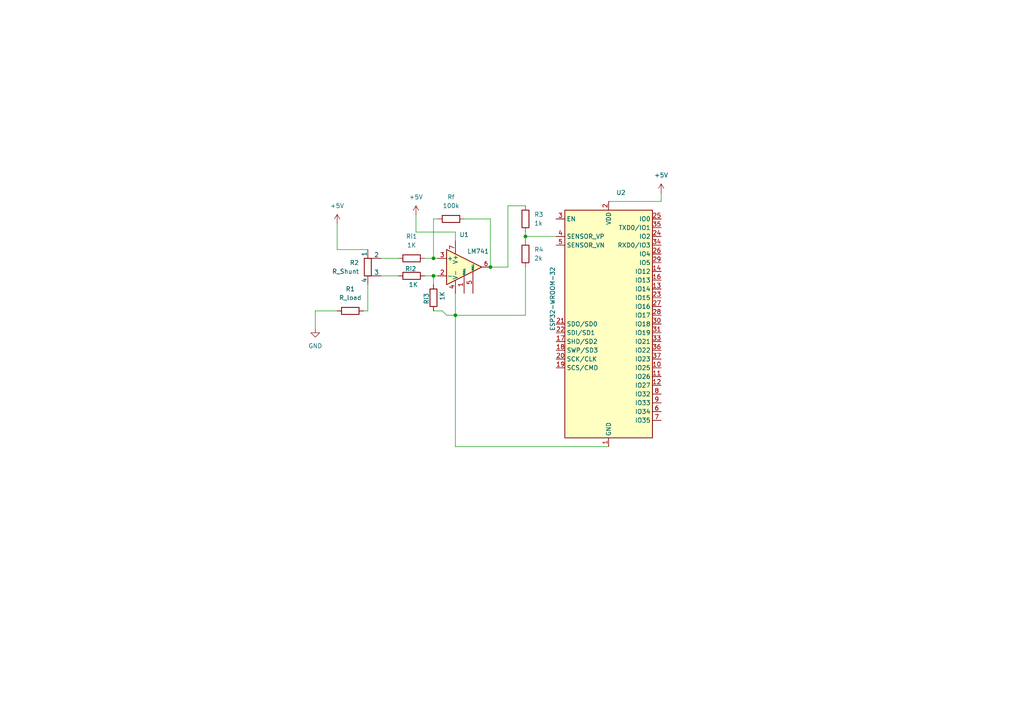
<source format=kicad_sch>
(kicad_sch (version 20231120) (generator "eeschema") (generator_version "8.0")
  (paper "A4")
  (lib_symbols
    (symbol "Amplifier_Operational:LM741" (pin_names (offset 0.127))
      (property "Reference" "U" (at 0 6.35 0))
      (property "Value" "LM741" (at 0 3.81 0))
      (symbol "LM741_0_1"
        (polyline (pts (xy -5.08 5.08) (xy 5.08 0) (xy -5.08 -5.08) (xy -5.08 5.08)) (stroke (width 0.254)) (fill (type background)))
      )
      (symbol "LM741_1_1"
        (pin input line (at 0 -7.62 90) (length 5.08) (name "NULL") (number "1"))
        (pin input line (at -7.62 -2.54 0) (length 2.54) (name "-") (number "2"))
        (pin input line (at -7.62 2.54 0) (length 2.54) (name "+") (number "3"))
        (pin power_in line (at -2.54 -7.62 90) (length 3.81) (name "V-") (number "4"))
        (pin input line (at 2.54 -7.62 90) (length 6.35) (name "NULL") (number "5"))
        (pin output line (at 7.62 0 180) (length 2.54) (name "~") (number "6"))
        (pin power_in line (at -2.54 7.62 270) (length 3.81) (name "V+") (number "7"))
        (pin no_connect line (at 0 2.54 270) (length 2.54) hide (name "NC") (number "8"))
      )
    )
    (symbol "Device:R" (pin_numbers hide) (pin_names (offset 0))
      (property "Reference" "R" (at 2.032 0 90))
      (property "Value" "R" (at 0 0 90))
      (symbol "R_0_1"
        (rectangle (start -1.016 -2.54) (end 1.016 2.54) (stroke (width 0.254)))
      )
      (symbol "R_1_1"
        (pin passive line (at 0 3.81 270) (length 1.27) (name "~") (number "1"))
        (pin passive line (at 0 -3.81 90) (length 1.27) (name "~") (number "2"))
      )
    )
    (symbol "Device:R_Shunt" (pin_numbers hide) (pin_names (offset 0))
      (property "Reference" "R" (at -4.445 0 90))
      (property "Value" "R_Shunt" (at -2.54 0 90))
      (symbol "R_Shunt_0_1"
        (rectangle (start -1.016 -2.54) (end 1.016 2.54) (stroke (width 0.254)))
        (polyline (pts (xy 0 -2.54) (xy 1.27 -2.54)))
        (polyline (pts (xy 1.27 2.54) (xy 0 2.54)))
      )
      (symbol "R_Shunt_1_1"
        (pin passive line (at 0 5.08 270) (length 2.54) (name "1") (number "1"))
        (pin passive line (at 3.81 2.54 180) (length 2.54) (name "2") (number "2"))
        (pin passive line (at 3.81 -2.54 180) (length 2.54) (name "3") (number "3"))
        (pin passive line (at 0 -5.08 90) (length 2.54) (name "4") (number "4"))
      )
    )
    (symbol "RF_Module:ESP32-WROOM-32"
      (property "Reference" "U" (at -12.7 34.29 0))
      (property "Value" "ESP32-WROOM-32" (at 1.27 34.29 0))
      (symbol "ESP32-WROOM-32_0_1"
        (rectangle (start -12.7 33.02) (end 12.7 -33.02) (stroke (width 0.254)) (fill (type background)))
      )
      (symbol "ESP32-WROOM-32_1_1"
        (pin power_in line (at 0 -35.56 90) (length 2.54) (name "GND") (number "1"))
        (pin bidirectional line (at 15.24 -12.7 180) (length 2.54) (name "IO25") (number "10"))
        (pin bidirectional line (at 15.24 -15.24 180) (length 2.54) (name "IO26") (number "11"))
        (pin bidirectional line (at 15.24 -17.78 180) (length 2.54) (name "IO27") (number "12"))
        (pin bidirectional line (at 15.24 10.16 180) (length 2.54) (name "IO14") (number "13"))
        (pin bidirectional line (at 15.24 15.24 180) (length 2.54) (name "IO12") (number "14"))
        (pin passive line (at 0 -35.56 90) (length 2.54) hide (name "GND") (number "15"))
        (pin bidirectional line (at 15.24 12.7 180) (length 2.54) (name "IO13") (number "16"))
        (pin bidirectional line (at -15.24 -5.08 0) (length 2.54) (name "SHD/SD2") (number "17"))
        (pin bidirectional line (at -15.24 -7.62 0) (length 2.54) (name "SWP/SD3") (number "18"))
        (pin bidirectional line (at -15.24 -12.7 0) (length 2.54) (name "SCS/CMD") (number "19"))
        (pin power_in line (at 0 35.56 270) (length 2.54) (name "VDD") (number "2"))
        (pin bidirectional line (at -15.24 -10.16 0) (length 2.54) (name "SCK/CLK") (number "20"))
        (pin bidirectional line (at -15.24 0 0) (length 2.54) (name "SDO/SD0") (number "21"))
        (pin bidirectional line (at -15.24 -2.54 0) (length 2.54) (name "SDI/SD1") (number "22"))
        (pin bidirectional line (at 15.24 7.62 180) (length 2.54) (name "IO15") (number "23"))
        (pin bidirectional line (at 15.24 25.4 180) (length 2.54) (name "IO2") (number "24"))
        (pin bidirectional line (at 15.24 30.48 180) (length 2.54) (name "IO0") (number "25"))
        (pin bidirectional line (at 15.24 20.32 180) (length 2.54) (name "IO4") (number "26"))
        (pin bidirectional line (at 15.24 5.08 180) (length 2.54) (name "IO16") (number "27"))
        (pin bidirectional line (at 15.24 2.54 180) (length 2.54) (name "IO17") (number "28"))
        (pin bidirectional line (at 15.24 17.78 180) (length 2.54) (name "IO5") (number "29"))
        (pin input line (at -15.24 30.48 0) (length 2.54) (name "EN") (number "3"))
        (pin bidirectional line (at 15.24 0 180) (length 2.54) (name "IO18") (number "30"))
        (pin bidirectional line (at 15.24 -2.54 180) (length 2.54) (name "IO19") (number "31"))
        (pin no_connect line (at -12.7 -27.94 0) (length 2.54) hide (name "NC") (number "32"))
        (pin bidirectional line (at 15.24 -5.08 180) (length 2.54) (name "IO21") (number "33"))
        (pin bidirectional line (at 15.24 22.86 180) (length 2.54) (name "RXD0/IO3") (number "34"))
        (pin bidirectional line (at 15.24 27.94 180) (length 2.54) (name "TXD0/IO1") (number "35"))
        (pin bidirectional line (at 15.24 -7.62 180) (length 2.54) (name "IO22") (number "36"))
        (pin bidirectional line (at 15.24 -10.16 180) (length 2.54) (name "IO23") (number "37"))
        (pin passive line (at 0 -35.56 90) (length 2.54) hide (name "GND") (number "38"))
        (pin passive line (at 0 -35.56 90) (length 2.54) hide (name "GND") (number "39"))
        (pin input line (at -15.24 25.4 0) (length 2.54) (name "SENSOR_VP") (number "4"))
        (pin input line (at -15.24 22.86 0) (length 2.54) (name "SENSOR_VN") (number "5"))
        (pin input line (at 15.24 -25.4 180) (length 2.54) (name "IO34") (number "6"))
        (pin input line (at 15.24 -27.94 180) (length 2.54) (name "IO35") (number "7"))
        (pin bidirectional line (at 15.24 -20.32 180) (length 2.54) (name "IO32") (number "8"))
        (pin bidirectional line (at 15.24 -22.86 180) (length 2.54) (name "IO33") (number "9"))
      )
    )
    (symbol "power:+5V" (power) (pin_numbers hide) (pin_names (offset 0) hide)
      (property "Value" "+5V" (at 0 3.556 0))
      (symbol "+5V_0_1"
        (polyline (pts (xy -0.762 1.27) (xy 0 2.54)))
        (polyline (pts (xy 0 0) (xy 0 2.54)))
        (polyline (pts (xy 0 2.54) (xy 0.762 1.27)))
      )
      (symbol "+5V_1_1"
        (pin power_in line (at 0 0 90) (length 0) (name "~") (number "1"))
      )
    )
    (symbol "power:GND" (power) (pin_numbers hide) (pin_names (offset 0) hide)
      (property "Value" "GND" (at 0 -3.81 0))
      (symbol "GND_0_1"
        (polyline (pts (xy 0 0) (xy 0 -1.27) (xy 1.27 -1.27) (xy 0 -2.54) (xy -1.27 -1.27) (xy 0 -1.27)))
      )
      (symbol "GND_1_1"
        (pin power_in line (at 0 0 270) (length 0) (name "~") (number "1"))
      )
    )
  )
  (junction (at 132.08 91.44))
  (junction (at 142.24 77.47))
  (junction (at 125.73 74.93))
  (junction (at 152.4 68.58))
  (junction (at 125.73 80.01))
  (wire (pts (xy 91.44 90.17) (xy 91.44 95.25)))
  (wire (pts (xy 152.4 68.58) (xy 152.4 69.85)))
  (wire (pts (xy 125.73 74.93) (xy 125.73 63.5)))
  (wire (pts (xy 132.08 67.31) (xy 132.08 69.85)))
  (wire (pts (xy 132.08 91.44) (xy 132.08 129.54)))
  (wire (pts (xy 110.49 74.93) (xy 115.57 74.93)))
  (wire (pts (xy 125.73 80.01) (xy 127 80.01)))
  (wire (pts (xy 97.79 90.17) (xy 91.44 90.17)))
  (wire (pts (xy 142.24 77.47) (xy 147.32 77.47)))
  (wire (pts (xy 97.79 72.39) (xy 106.68 72.39)))
  (wire (pts (xy 134.62 63.5) (xy 142.24 63.5)))
  (wire (pts (xy 132.08 129.54) (xy 176.53 129.54)))
  (wire (pts (xy 123.19 74.93) (xy 125.73 74.93)))
  (wire (pts (xy 152.4 67.31) (xy 152.4 68.58)))
  (wire (pts (xy 110.49 80.01) (xy 115.57 80.01)))
  (wire (pts (xy 120.65 62.23) (xy 120.65 67.31)))
  (wire (pts (xy 129.54 91.44) (xy 132.08 91.44)))
  (wire (pts (xy 125.73 90.17) (xy 128.27 90.17)))
  (wire (pts (xy 125.73 80.01) (xy 125.73 82.55)))
  (wire (pts (xy 147.32 59.69) (xy 152.4 59.69)))
  (wire (pts (xy 142.24 63.5) (xy 142.24 77.47)))
  (wire (pts (xy 97.79 64.77) (xy 97.79 72.39)))
  (wire (pts (xy 147.32 77.47) (xy 147.32 59.69)))
  (wire (pts (xy 152.4 68.58) (xy 161.29 68.58)))
  (wire (pts (xy 106.68 82.55) (xy 106.68 90.17)))
  (wire (pts (xy 191.77 58.42) (xy 191.77 55.88)))
  (wire (pts (xy 132.08 85.09) (xy 132.08 91.44)))
  (wire (pts (xy 125.73 63.5) (xy 127 63.5)))
  (wire (pts (xy 106.68 90.17) (xy 105.41 90.17)))
  (wire (pts (xy 128.27 90.17) (xy 129.54 91.44)))
  (wire (pts (xy 123.19 80.01) (xy 125.73 80.01)))
  (wire (pts (xy 152.4 77.47) (xy 152.4 91.44)))
  (wire (pts (xy 132.08 91.44) (xy 152.4 91.44)))
  (wire (pts (xy 176.53 58.42) (xy 191.77 58.42)))
  (wire (pts (xy 120.65 67.31) (xy 132.08 67.31)))
  (wire (pts (xy 125.73 74.93) (xy 127 74.93)))
  (symbol (lib_id "Device:R") (at 119.38 74.93 90) (unit 1)
    (property "Reference" "Ri1" (at 119.38 68.58 90))
    (property "Value" "1K" (at 119.38 71.12 90))
    (property "Description" "Resistor" (effects (hide yes)))
  )
  (symbol (lib_id "Device:R_Shunt") (at 106.68 77.47 0) (unit 1)
    (property "Reference" "R2" (at 104.14 76.1999 0) (effects (justify right)))
    (property "Value" "R_Shunt" (at 104.14 78.7399 0) (effects (justify right)))
    (property "Description" "Shunt resistor" (effects (hide yes)))
  )
  (symbol (lib_id "RF_Module:ESP32-WROOM-32") (at 176.53 93.98 0) (unit 1)
    (property "Reference" "U2" (at 178.7241 55.88 0) (effects (justify left)))
    (property "Value" "ESP32-WROOM-32" (at 160.274 96.012 90) (effects (justify left)))
    (property "Footprint" "RF_Module:ESP32-WROOM-32" (effects (hide yes)))
    (property "Datasheet" "https://www.espressif.com/sites/default/files/documentation/esp32-wroom-32_datasheet_en.pdf" (effects (hide yes)))
    (property "Description" "RF Module, ESP32-D0WDQ6 SoC, Wi-Fi 802.11b/g/n, Bluetooth, BLE, 32-bit, 2.7-3.6V, onboard antenna, SMD" (effects (hide yes)))
  )
  (symbol (lib_id "Device:R") (at 130.81 63.5 90) (unit 1)
    (property "Reference" "Rf" (at 130.81 57.15 90))
    (property "Value" "100k" (at 130.81 59.69 90))
    (property "Description" "Resistor" (effects (hide yes)))
  )
  (symbol (lib_id "Device:R") (at 101.6 90.17 90) (unit 1)
    (property "Reference" "R1" (at 101.6 83.82 90))
    (property "Value" "R_load" (at 101.6 86.36 90))
    (property "Description" "Resistor" (effects (hide yes)))
  )
  (symbol (lib_id "power:+5V") (at 120.65 62.23 0) (unit 1)
    (property "Reference" "#PWR03" (effects (hide yes)))
    (property "Value" "+5V" (at 120.65 57.15 0))
    (property "Description" "Power symbol creates a global label with name \"+5V\"" (effects (hide yes)))
  )
  (symbol (lib_id "power:GND") (at 91.44 95.25 0) (unit 1)
    (property "Reference" "#PWR02" (effects (hide yes)))
    (property "Value" "GND" (at 91.44 100.33 0))
    (property "Description" "Power symbol creates a global label with name \"GND\" , ground" (effects (hide yes)))
  )
  (symbol (lib_id "power:+5V") (at 191.77 55.88 0) (unit 1)
    (property "Reference" "#PWR04" (effects (hide yes)))
    (property "Value" "+5V" (at 191.77 50.8 0))
    (property "Description" "Power symbol creates a global label with name \"+5V\"" (effects (hide yes)))
  )
  (symbol (lib_id "Device:R") (at 152.4 63.5 0) (unit 1)
    (property "Reference" "R3" (at 154.94 62.2299 0) (effects (justify left)))
    (property "Value" "1k" (at 154.94 64.7699 0) (effects (justify left)))
    (property "Description" "Resistor" (effects (hide yes)))
  )
  (symbol (lib_id "Device:R") (at 125.73 86.36 180) (unit 1)
    (property "Reference" "Ri3" (at 123.698 86.614 90))
    (property "Value" "1K" (at 128.27 85.852 90))
    (property "Description" "Resistor" (effects (hide yes)))
  )
  (symbol (lib_id "Device:R") (at 119.38 80.01 90) (unit 1)
    (property "Reference" "Ri2" (at 119.126 77.978 90))
    (property "Value" "1K" (at 119.888 82.55 90))
    (property "Description" "Resistor" (effects (hide yes)))
  )
  (symbol (lib_id "power:+5V") (at 97.79 64.77 0) (unit 1)
    (property "Reference" "#PWR01" (effects (hide yes)))
    (property "Value" "+5V" (at 97.79 59.69 0))
    (property "Description" "Power symbol creates a global label with name \"+5V\"" (effects (hide yes)))
  )
  (symbol (lib_id "Amplifier_Operational:LM741") (at 134.62 77.47 0) (unit 1)
    (property "Reference" "U1" (at 134.62 68.072 0))
    (property "Value" "LM741" (at 138.684 72.898 0))
    (property "Datasheet" "http://www.ti.com/lit/ds/symlink/lm741.pdf" (effects (hide yes)))
    (property "Description" "Operational Amplifier, DIP-8/TO-99-8" (effects (hide yes)))
  )
  (symbol (lib_id "Device:R") (at 152.4 73.66 0) (unit 1)
    (property "Reference" "R4" (at 154.94 72.3899 0) (effects (justify left)))
    (property "Value" "2k" (at 154.94 74.9299 0) (effects (justify left)))
    (property "Description" "Resistor" (effects (hide yes)))
  )
)
</source>
